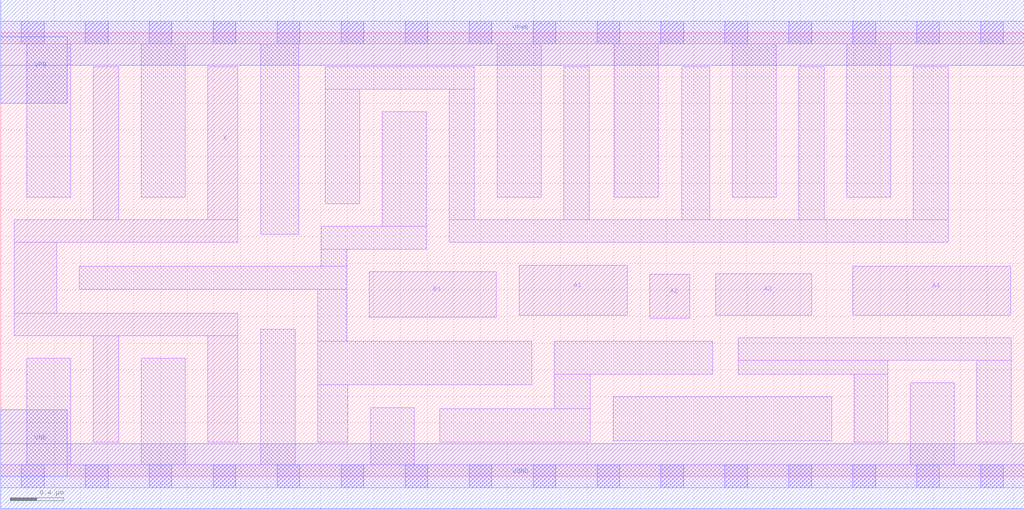
<source format=lef>
# Copyright 2020 The SkyWater PDK Authors
#
# Licensed under the Apache License, Version 2.0 (the "License");
# you may not use this file except in compliance with the License.
# You may obtain a copy of the License at
#
#     https://www.apache.org/licenses/LICENSE-2.0
#
# Unless required by applicable law or agreed to in writing, software
# distributed under the License is distributed on an "AS IS" BASIS,
# WITHOUT WARRANTIES OR CONDITIONS OF ANY KIND, either express or implied.
# See the License for the specific language governing permissions and
# limitations under the License.
#
# SPDX-License-Identifier: Apache-2.0

VERSION 5.5 ;
NAMESCASESENSITIVE ON ;
BUSBITCHARS "[]" ;
DIVIDERCHAR "/" ;
MACRO sky130_fd_sc_lp__a41o_4
  CLASS CORE ;
  SOURCE USER ;
  ORIGIN  0.000000  0.000000 ;
  SIZE  7.680000 BY  3.330000 ;
  SYMMETRY X Y R90 ;
  SITE unit ;
  PIN A1
    ANTENNAGATEAREA  0.630000 ;
    DIRECTION INPUT ;
    USE SIGNAL ;
    PORT
      LAYER li1 ;
        RECT 3.890000 1.210000 4.700000 1.585000 ;
    END
  END A1
  PIN A2
    ANTENNAGATEAREA  0.630000 ;
    DIRECTION INPUT ;
    USE SIGNAL ;
    PORT
      LAYER li1 ;
        RECT 4.870000 1.185000 5.170000 1.515000 ;
    END
  END A2
  PIN A3
    ANTENNAGATEAREA  0.630000 ;
    DIRECTION INPUT ;
    USE SIGNAL ;
    PORT
      LAYER li1 ;
        RECT 5.365000 1.210000 6.085000 1.520000 ;
    END
  END A3
  PIN A4
    ANTENNAGATEAREA  0.630000 ;
    DIRECTION INPUT ;
    USE SIGNAL ;
    PORT
      LAYER li1 ;
        RECT 6.395000 1.210000 7.580000 1.575000 ;
    END
  END A4
  PIN B1
    ANTENNAGATEAREA  0.630000 ;
    DIRECTION INPUT ;
    USE SIGNAL ;
    PORT
      LAYER li1 ;
        RECT 2.765000 1.195000 3.720000 1.535000 ;
    END
  END B1
  PIN X
    ANTENNADIFFAREA  1.176000 ;
    DIRECTION OUTPUT ;
    USE SIGNAL ;
    PORT
      LAYER li1 ;
        RECT 0.100000 1.055000 1.780000 1.225000 ;
        RECT 0.100000 1.225000 0.420000 1.755000 ;
        RECT 0.100000 1.755000 1.780000 1.925000 ;
        RECT 0.695000 0.255000 0.885000 1.055000 ;
        RECT 0.695000 1.925000 0.885000 3.075000 ;
        RECT 1.555000 0.255000 1.780000 1.055000 ;
        RECT 1.555000 1.925000 1.780000 3.075000 ;
    END
  END X
  PIN VGND
    DIRECTION INOUT ;
    USE GROUND ;
    PORT
      LAYER met1 ;
        RECT 0.000000 -0.245000 7.680000 0.245000 ;
    END
  END VGND
  PIN VNB
    DIRECTION INOUT ;
    USE GROUND ;
    PORT
      LAYER met1 ;
        RECT 0.000000 0.000000 0.500000 0.500000 ;
    END
  END VNB
  PIN VPB
    DIRECTION INOUT ;
    USE POWER ;
    PORT
      LAYER met1 ;
        RECT 0.000000 2.800000 0.500000 3.300000 ;
    END
  END VPB
  PIN VPWR
    DIRECTION INOUT ;
    USE POWER ;
    PORT
      LAYER met1 ;
        RECT 0.000000 3.085000 7.680000 3.575000 ;
    END
  END VPWR
  OBS
    LAYER li1 ;
      RECT 0.000000 -0.085000 7.680000 0.085000 ;
      RECT 0.000000  3.245000 7.680000 3.415000 ;
      RECT 0.195000  0.085000 0.525000 0.885000 ;
      RECT 0.195000  2.095000 0.525000 3.245000 ;
      RECT 0.590000  1.405000 2.595000 1.575000 ;
      RECT 1.055000  0.085000 1.385000 0.885000 ;
      RECT 1.055000  2.095000 1.385000 3.245000 ;
      RECT 1.950000  0.085000 2.210000 1.105000 ;
      RECT 1.950000  1.815000 2.235000 3.245000 ;
      RECT 2.380000  0.255000 2.605000 0.685000 ;
      RECT 2.380000  0.685000 3.985000 1.015000 ;
      RECT 2.380000  1.015000 2.595000 1.405000 ;
      RECT 2.405000  1.575000 2.595000 1.705000 ;
      RECT 2.405000  1.705000 3.195000 1.875000 ;
      RECT 2.435000  2.045000 2.695000 2.905000 ;
      RECT 2.435000  2.905000 3.555000 3.075000 ;
      RECT 2.775000  0.085000 3.105000 0.515000 ;
      RECT 2.865000  1.875000 3.195000 2.735000 ;
      RECT 3.295000  0.255000 4.425000 0.505000 ;
      RECT 3.365000  1.755000 7.110000 1.925000 ;
      RECT 3.365000  1.925000 3.555000 2.905000 ;
      RECT 3.725000  2.095000 4.055000 3.245000 ;
      RECT 4.155000  0.505000 4.425000 0.765000 ;
      RECT 4.155000  0.765000 5.345000 1.015000 ;
      RECT 4.225000  1.925000 4.415000 3.075000 ;
      RECT 4.595000  0.265000 6.235000 0.595000 ;
      RECT 4.605000  2.095000 4.935000 3.245000 ;
      RECT 5.110000  1.925000 5.320000 3.075000 ;
      RECT 5.490000  2.095000 5.820000 3.245000 ;
      RECT 5.535000  0.765000 6.655000 0.870000 ;
      RECT 5.535000  0.870000 7.585000 1.040000 ;
      RECT 5.990000  1.925000 6.180000 3.075000 ;
      RECT 6.350000  2.095000 6.680000 3.245000 ;
      RECT 6.405000  0.255000 6.655000 0.765000 ;
      RECT 6.825000  0.085000 7.155000 0.700000 ;
      RECT 6.850000  1.925000 7.110000 3.075000 ;
      RECT 7.325000  0.255000 7.585000 0.870000 ;
    LAYER mcon ;
      RECT 0.155000 -0.085000 0.325000 0.085000 ;
      RECT 0.155000  3.245000 0.325000 3.415000 ;
      RECT 0.635000 -0.085000 0.805000 0.085000 ;
      RECT 0.635000  3.245000 0.805000 3.415000 ;
      RECT 1.115000 -0.085000 1.285000 0.085000 ;
      RECT 1.115000  3.245000 1.285000 3.415000 ;
      RECT 1.595000 -0.085000 1.765000 0.085000 ;
      RECT 1.595000  3.245000 1.765000 3.415000 ;
      RECT 2.075000 -0.085000 2.245000 0.085000 ;
      RECT 2.075000  3.245000 2.245000 3.415000 ;
      RECT 2.555000 -0.085000 2.725000 0.085000 ;
      RECT 2.555000  3.245000 2.725000 3.415000 ;
      RECT 3.035000 -0.085000 3.205000 0.085000 ;
      RECT 3.035000  3.245000 3.205000 3.415000 ;
      RECT 3.515000 -0.085000 3.685000 0.085000 ;
      RECT 3.515000  3.245000 3.685000 3.415000 ;
      RECT 3.995000 -0.085000 4.165000 0.085000 ;
      RECT 3.995000  3.245000 4.165000 3.415000 ;
      RECT 4.475000 -0.085000 4.645000 0.085000 ;
      RECT 4.475000  3.245000 4.645000 3.415000 ;
      RECT 4.955000 -0.085000 5.125000 0.085000 ;
      RECT 4.955000  3.245000 5.125000 3.415000 ;
      RECT 5.435000 -0.085000 5.605000 0.085000 ;
      RECT 5.435000  3.245000 5.605000 3.415000 ;
      RECT 5.915000 -0.085000 6.085000 0.085000 ;
      RECT 5.915000  3.245000 6.085000 3.415000 ;
      RECT 6.395000 -0.085000 6.565000 0.085000 ;
      RECT 6.395000  3.245000 6.565000 3.415000 ;
      RECT 6.875000 -0.085000 7.045000 0.085000 ;
      RECT 6.875000  3.245000 7.045000 3.415000 ;
      RECT 7.355000 -0.085000 7.525000 0.085000 ;
      RECT 7.355000  3.245000 7.525000 3.415000 ;
  END
END sky130_fd_sc_lp__a41o_4

</source>
